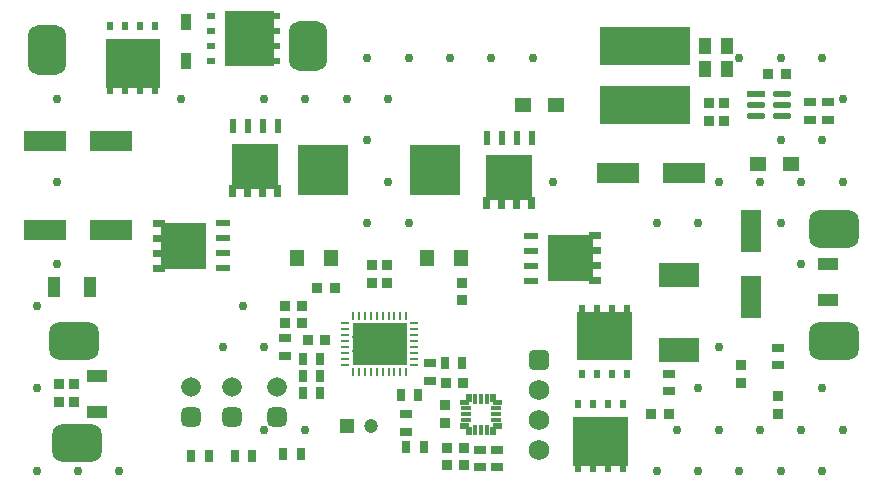
<source format=gbr>
%TF.GenerationSoftware,Altium Limited,Altium Designer,25.4.2 (15)*%
G04 Layer_Color=8388736*
%FSLAX45Y45*%
%MOMM*%
%TF.SameCoordinates,3CA1961E-9661-47C5-9BAE-CD2B19B8C498*%
%TF.FilePolarity,Negative*%
%TF.FileFunction,Soldermask,Top*%
%TF.Part,Single*%
G01*
G75*
%TA.AperFunction,SMDPad,CuDef*%
%ADD17R,1.27000X0.60960*%
%ADD18C,3.35614*%
%ADD20R,0.60960X1.27000*%
%ADD23C,3.68719*%
%ADD24R,0.50000X0.65000*%
G04:AMPARAMS|DCode=27|XSize=1.55439mm|YSize=0.57213mm|CornerRadius=0.28606mm|HoleSize=0mm|Usage=FLASHONLY|Rotation=0.000|XOffset=0mm|YOffset=0mm|HoleType=Round|Shape=RoundedRectangle|*
%AMROUNDEDRECTD27*
21,1,1.55439,0.00000,0,0,0.0*
21,1,0.98226,0.57213,0,0,0.0*
1,1,0.57213,0.49113,0.00000*
1,1,0.57213,-0.49113,0.00000*
1,1,0.57213,-0.49113,0.00000*
1,1,0.57213,0.49113,0.00000*
%
%ADD27ROUNDEDRECTD27*%
%ADD28R,1.55439X0.57213*%
%ADD29R,3.40000X2.10000*%
%ADD35R,1.30000X1.40000*%
G04:AMPARAMS|DCode=36|XSize=3.6mm|YSize=4.6mm|CornerRadius=0.054mm|HoleSize=0mm|Usage=FLASHONLY|Rotation=90.000|XOffset=0mm|YOffset=0mm|HoleType=Round|Shape=RoundedRectangle|*
%AMROUNDEDRECTD36*
21,1,3.60000,4.49200,0,0,90.0*
21,1,3.49200,4.60000,0,0,90.0*
1,1,0.10800,2.24600,1.74600*
1,1,0.10800,2.24600,-1.74600*
1,1,0.10800,-2.24600,-1.74600*
1,1,0.10800,-2.24600,1.74600*
%
%ADD36ROUNDEDRECTD36*%
G04:AMPARAMS|DCode=37|XSize=0.25mm|YSize=0.6mm|CornerRadius=0.05mm|HoleSize=0mm|Usage=FLASHONLY|Rotation=90.000|XOffset=0mm|YOffset=0mm|HoleType=Round|Shape=RoundedRectangle|*
%AMROUNDEDRECTD37*
21,1,0.25000,0.50000,0,0,90.0*
21,1,0.15000,0.60000,0,0,90.0*
1,1,0.10000,0.25000,0.07500*
1,1,0.10000,0.25000,-0.07500*
1,1,0.10000,-0.25000,-0.07500*
1,1,0.10000,-0.25000,0.07500*
%
%ADD37ROUNDEDRECTD37*%
G04:AMPARAMS|DCode=38|XSize=0.6mm|YSize=0.25mm|CornerRadius=0.05mm|HoleSize=0mm|Usage=FLASHONLY|Rotation=90.000|XOffset=0mm|YOffset=0mm|HoleType=Round|Shape=RoundedRectangle|*
%AMROUNDEDRECTD38*
21,1,0.60000,0.15000,0,0,90.0*
21,1,0.50000,0.25000,0,0,90.0*
1,1,0.10000,0.07500,0.25000*
1,1,0.10000,0.07500,-0.25000*
1,1,0.10000,-0.07500,-0.25000*
1,1,0.10000,-0.07500,0.25000*
%
%ADD38ROUNDEDRECTD38*%
%ADD40R,0.65000X0.50000*%
%TA.AperFunction,ComponentPad*%
%ADD47R,1.20000X1.20000*%
%ADD48C,1.20000*%
%TA.AperFunction,ViaPad*%
%ADD54C,0.50000*%
%TA.AperFunction,SMDPad,CuDef*%
%ADD60R,7.70000X3.20000*%
%ADD61R,1.75000X3.65000*%
%ADD62R,4.25000X4.25000*%
%ADD63R,1.10000X0.80000*%
%ADD64R,0.95000X0.95000*%
%ADD65R,0.95000X0.95000*%
%ADD66R,0.80000X1.10000*%
G04:AMPARAMS|DCode=67|XSize=3.2mm|YSize=4.2mm|CornerRadius=0.85mm|HoleSize=0mm|Usage=FLASHONLY|Rotation=90.000|XOffset=0mm|YOffset=0mm|HoleType=Round|Shape=RoundedRectangle|*
%AMROUNDEDRECTD67*
21,1,3.20000,2.50000,0,0,90.0*
21,1,1.50000,4.20000,0,0,90.0*
1,1,1.70000,1.25000,0.75000*
1,1,1.70000,1.25000,-0.75000*
1,1,1.70000,-1.25000,-0.75000*
1,1,1.70000,-1.25000,0.75000*
%
%ADD67ROUNDEDRECTD67*%
%ADD68R,3.65000X1.75000*%
G04:AMPARAMS|DCode=69|XSize=3.2mm|YSize=4.2mm|CornerRadius=0.85mm|HoleSize=0mm|Usage=FLASHONLY|Rotation=0.000|XOffset=0mm|YOffset=0mm|HoleType=Round|Shape=RoundedRectangle|*
%AMROUNDEDRECTD69*
21,1,3.20000,2.50000,0,0,0.0*
21,1,1.50000,4.20000,0,0,0.0*
1,1,1.70000,0.75000,-1.25000*
1,1,1.70000,-0.75000,-1.25000*
1,1,1.70000,-0.75000,1.25000*
1,1,1.70000,0.75000,1.25000*
%
%ADD69ROUNDEDRECTD69*%
%ADD70R,1.43000X1.19000*%
%ADD71R,1.05000X1.45000*%
%ADD72R,0.45000X0.85000*%
%ADD73R,0.85000X0.45000*%
%ADD74R,1.75000X1.05000*%
%ADD75R,0.90000X1.40000*%
%ADD76R,1.05000X1.75000*%
%TA.AperFunction,ComponentPad*%
%ADD77C,1.67000*%
G04:AMPARAMS|DCode=78|XSize=1.67mm|YSize=1.67mm|CornerRadius=0.455mm|HoleSize=0mm|Usage=FLASHONLY|Rotation=90.000|XOffset=0mm|YOffset=0mm|HoleType=Round|Shape=RoundedRectangle|*
%AMROUNDEDRECTD78*
21,1,1.67000,0.76000,0,0,90.0*
21,1,0.76000,1.67000,0,0,90.0*
1,1,0.91000,0.38000,0.38000*
1,1,0.91000,0.38000,-0.38000*
1,1,0.91000,-0.38000,-0.38000*
1,1,0.91000,-0.38000,0.38000*
%
%ADD78ROUNDEDRECTD78*%
%ADD79C,1.75000*%
G04:AMPARAMS|DCode=80|XSize=1.75mm|YSize=1.75mm|CornerRadius=0.475mm|HoleSize=0mm|Usage=FLASHONLY|Rotation=270.000|XOffset=0mm|YOffset=0mm|HoleType=Round|Shape=RoundedRectangle|*
%AMROUNDEDRECTD80*
21,1,1.75000,0.80000,0,0,270.0*
21,1,0.80000,1.75000,0,0,270.0*
1,1,0.95000,-0.40000,-0.40000*
1,1,0.95000,-0.40000,0.40000*
1,1,0.95000,0.40000,0.40000*
1,1,0.95000,0.40000,-0.40000*
%
%ADD80ROUNDEDRECTD80*%
%TA.AperFunction,ViaPad*%
%ADD81C,0.75000*%
G36*
X10057156Y8776648D02*
X10112156D01*
Y8726648D01*
X10057156D01*
Y8649648D01*
X10112156D01*
Y8599648D01*
X10057156D01*
Y8522648D01*
X10112156D01*
Y8472648D01*
X10057156D01*
Y8395648D01*
X10112156D01*
Y8345648D01*
X10057156D01*
Y8331148D01*
X9645156D01*
Y8791148D01*
X10057156D01*
Y8776648D01*
D02*
G37*
G36*
X9093500Y8142500D02*
X9079000D01*
Y8087500D01*
X9029000D01*
Y8142500D01*
X8952000D01*
Y8087500D01*
X8902000D01*
Y8142500D01*
X8825000D01*
Y8087500D01*
X8775000D01*
Y8142500D01*
X8698000D01*
Y8087500D01*
X8648000D01*
Y8142500D01*
X8633500D01*
Y8554500D01*
X9093500D01*
Y8142500D01*
D02*
G37*
G36*
X10095580Y7321400D02*
X10120980D01*
Y7219800D01*
X10060020D01*
Y7290920D01*
X9993980D01*
Y7219800D01*
X9933020D01*
Y7290920D01*
X9866980D01*
Y7219800D01*
X9806020D01*
Y7290920D01*
X9739980D01*
Y7219800D01*
X9679020D01*
Y7321400D01*
X9704420D01*
Y7671920D01*
X10095580D01*
Y7321400D01*
D02*
G37*
G36*
X12245580Y7221400D02*
X12270980D01*
Y7119800D01*
X12210020D01*
Y7190920D01*
X12143980D01*
Y7119800D01*
X12083020D01*
Y7190920D01*
X12016980D01*
Y7119800D01*
X11956020D01*
Y7190920D01*
X11889980D01*
Y7119800D01*
X11829020D01*
Y7221400D01*
X11854420D01*
Y7571920D01*
X12245580D01*
Y7221400D01*
D02*
G37*
G36*
X9134700Y7002080D02*
X9485220D01*
Y6610920D01*
X9134700D01*
Y6585520D01*
X9033100D01*
Y6646480D01*
X9104220D01*
Y6712520D01*
X9033100D01*
Y6773480D01*
X9104220D01*
Y6839520D01*
X9033100D01*
Y6900480D01*
X9104220D01*
Y6966520D01*
X9033100D01*
Y7027480D01*
X9134700D01*
Y7002080D01*
D02*
G37*
G36*
X12830200Y6860020D02*
X12759080D01*
Y6793980D01*
X12830200D01*
Y6733020D01*
X12759080D01*
Y6666980D01*
X12830200D01*
Y6606020D01*
X12759080D01*
Y6539980D01*
X12830200D01*
Y6479020D01*
X12728600D01*
Y6504420D01*
X12378080D01*
Y6895580D01*
X12728600D01*
Y6920980D01*
X12830200D01*
Y6860020D01*
D02*
G37*
G36*
X13072000Y6247500D02*
X13086501D01*
Y5835500D01*
X12626500D01*
Y6247500D01*
X12641000D01*
Y6302500D01*
X12691000D01*
Y6247500D01*
X12768000D01*
Y6302500D01*
X12817999D01*
Y6247500D01*
X12895000D01*
Y6302500D01*
X12945000D01*
Y6247500D01*
X13022000D01*
Y6302500D01*
X13072000D01*
Y6247500D01*
D02*
G37*
G36*
X11936500Y5504400D02*
X11986500D01*
Y5454400D01*
X11916500D01*
Y5484400D01*
X11886500D01*
Y5554400D01*
X11936500D01*
Y5504400D01*
D02*
G37*
G36*
X11736500Y5484400D02*
X11706500D01*
Y5454400D01*
X11636500D01*
Y5504400D01*
X11686500D01*
Y5554400D01*
X11736500D01*
Y5484400D01*
D02*
G37*
G36*
X11986500Y5254400D02*
X11936500D01*
Y5204400D01*
X11886500D01*
Y5274400D01*
X11916500D01*
Y5304400D01*
X11986500D01*
Y5254400D01*
D02*
G37*
G36*
X11706500Y5274400D02*
X11736500D01*
Y5204400D01*
X11686500D01*
Y5254400D01*
X11636500D01*
Y5304400D01*
X11706500D01*
Y5274400D01*
D02*
G37*
G36*
X13053500Y4942500D02*
X13039000D01*
Y4887500D01*
X12989000D01*
Y4942500D01*
X12912000D01*
Y4887500D01*
X12862000D01*
Y4942500D01*
X12785000D01*
Y4887500D01*
X12735000D01*
Y4942500D01*
X12658000D01*
Y4887500D01*
X12608000D01*
Y4942500D01*
X12593500D01*
Y5354500D01*
X13053500D01*
Y4942500D01*
D02*
G37*
D17*
X9630000Y6616000D02*
D03*
Y6743000D02*
D03*
Y6870000D02*
D03*
Y6997000D02*
D03*
X12233300Y6890500D02*
D03*
Y6763500D02*
D03*
Y6636500D02*
D03*
Y6509500D02*
D03*
D18*
X9298768Y6799594D02*
D03*
X12056906Y7385468D02*
D03*
X9906906Y7485468D02*
D03*
X12564532Y6706906D02*
D03*
D20*
X12240500Y7716700D02*
D03*
X12113500D02*
D03*
X11986500D02*
D03*
X11859500D02*
D03*
X10090500Y7816700D02*
D03*
X9963500D02*
D03*
X9836500D02*
D03*
X9709500D02*
D03*
D23*
X8867094Y8349656D02*
D03*
X12852905Y6040344D02*
D03*
X12827094Y5149656D02*
D03*
X9850000Y8564742D02*
D03*
D24*
X8673000Y8670000D02*
D03*
X8800000D02*
D03*
X8927000D02*
D03*
X9054000D02*
D03*
X13047000Y5720000D02*
D03*
X12920000D02*
D03*
X12793000D02*
D03*
X12666000D02*
D03*
X12633000Y5470000D02*
D03*
X12760000D02*
D03*
X12887000D02*
D03*
X13014000D02*
D03*
D27*
X14360030Y8095000D02*
D03*
Y8000000D02*
D03*
Y7905000D02*
D03*
X14139970D02*
D03*
Y8000000D02*
D03*
D28*
Y8095000D02*
D03*
D29*
X13489999Y5925000D02*
D03*
Y6555000D02*
D03*
D35*
X11645000Y6700000D02*
D03*
X11355000D02*
D03*
X10545000D02*
D03*
X10255000D02*
D03*
D36*
X10953801Y5975200D02*
D03*
D37*
X10663801Y5800200D02*
D03*
Y5850200D02*
D03*
Y5900200D02*
D03*
Y5950200D02*
D03*
Y6000200D02*
D03*
Y6050200D02*
D03*
Y6100200D02*
D03*
Y6150200D02*
D03*
X11243800D02*
D03*
Y6100200D02*
D03*
Y6050200D02*
D03*
Y6000200D02*
D03*
Y5950200D02*
D03*
Y5900200D02*
D03*
Y5850200D02*
D03*
Y5800200D02*
D03*
D38*
X10728800Y6215200D02*
D03*
X10778801D02*
D03*
X10828801D02*
D03*
X10878800D02*
D03*
X10928801D02*
D03*
X10978800D02*
D03*
X11028801D02*
D03*
X11078801D02*
D03*
X11128800D02*
D03*
X11178801D02*
D03*
Y5735200D02*
D03*
X11128800D02*
D03*
X11078801D02*
D03*
X11028801D02*
D03*
X10978800D02*
D03*
X10928801D02*
D03*
X10878800D02*
D03*
X10828801D02*
D03*
X10778801D02*
D03*
X10728800D02*
D03*
D40*
X9529656Y8751648D02*
D03*
Y8624648D02*
D03*
Y8497648D02*
D03*
Y8370648D02*
D03*
D47*
X10681331Y5284549D02*
D03*
D48*
X10881331D02*
D03*
D54*
X11158800Y6036700D02*
D03*
Y5913700D02*
D03*
X10748801Y6036700D02*
D03*
Y5913700D02*
D03*
X10953801Y6036700D02*
D03*
Y5913700D02*
D03*
X11069801Y6036700D02*
D03*
Y5913700D02*
D03*
X10837801Y6036700D02*
D03*
Y5913700D02*
D03*
Y6130200D02*
D03*
Y5820200D02*
D03*
X11069801Y6130200D02*
D03*
Y5820200D02*
D03*
X10953801Y6130200D02*
D03*
Y5820200D02*
D03*
D60*
X13199995Y8000000D02*
D03*
X13200000Y8500000D02*
D03*
D61*
X14100000Y6930000D02*
D03*
Y6370000D02*
D03*
D62*
X11425000Y7450000D02*
D03*
X10475000D02*
D03*
D63*
X14330000Y5795000D02*
D03*
Y5945000D02*
D03*
X11380000Y5665000D02*
D03*
Y5815000D02*
D03*
X11804400Y4930600D02*
D03*
Y5080600D02*
D03*
X11949200Y4930600D02*
D03*
Y5080600D02*
D03*
X14600002Y8025000D02*
D03*
Y7875000D02*
D03*
X14750002D02*
D03*
Y8025000D02*
D03*
X13400000Y5725000D02*
D03*
Y5575000D02*
D03*
X11176000Y5233600D02*
D03*
Y5383600D02*
D03*
X10150000Y5875000D02*
D03*
Y6025000D02*
D03*
D64*
X14010001Y5795000D02*
D03*
Y5645000D02*
D03*
X14330000Y5535000D02*
D03*
Y5385000D02*
D03*
X13739999Y8015000D02*
D03*
Y7865000D02*
D03*
X13870000Y8015000D02*
D03*
Y7865000D02*
D03*
X11507800Y5304400D02*
D03*
Y5454400D02*
D03*
X10890000Y6495000D02*
D03*
Y6645000D02*
D03*
X11020000Y6495000D02*
D03*
Y6645000D02*
D03*
X8370000Y5635000D02*
D03*
Y5485000D02*
D03*
X8240000Y5635000D02*
D03*
Y5485000D02*
D03*
X11650000Y6345000D02*
D03*
Y6495000D02*
D03*
D65*
X13255000Y5380000D02*
D03*
X13405000D02*
D03*
X11511500Y5645091D02*
D03*
X11661500D02*
D03*
X14395000Y8260000D02*
D03*
X14245000D02*
D03*
X11670100Y5092700D02*
D03*
X11520100D02*
D03*
X11670100Y4953000D02*
D03*
X11520100D02*
D03*
X10300000Y6300000D02*
D03*
X10150000D02*
D03*
X10300000Y6150000D02*
D03*
X10150000D02*
D03*
X10495000Y6010000D02*
D03*
X10345000D02*
D03*
X10425000Y6450000D02*
D03*
X10575000D02*
D03*
D66*
X9355000Y5030000D02*
D03*
X9505000D02*
D03*
X9725000D02*
D03*
X9875000D02*
D03*
X10138608Y5044064D02*
D03*
X10288609D02*
D03*
X11655000Y5810000D02*
D03*
X11505000D02*
D03*
X11327200Y5105400D02*
D03*
X11177200D02*
D03*
X10300676Y5700000D02*
D03*
X10450676D02*
D03*
X11131034Y5547275D02*
D03*
X11281034D02*
D03*
X10300676Y5562600D02*
D03*
X10450676D02*
D03*
Y5850000D02*
D03*
X10300676D02*
D03*
D67*
X14800000Y6944643D02*
D03*
X14800000Y6000000D02*
D03*
X8370000D02*
D03*
X8390000Y5140000D02*
D03*
D68*
X12972301Y7420410D02*
D03*
X13532300D02*
D03*
X8120109Y6940200D02*
D03*
X8680109D02*
D03*
X8120000Y7690000D02*
D03*
X8680000D02*
D03*
D69*
X10350000Y8500000D02*
D03*
X8140000Y8460000D02*
D03*
D70*
X14439999Y7500000D02*
D03*
X14160001D02*
D03*
X12170000Y8000000D02*
D03*
X12450000D02*
D03*
D71*
X13895000Y8500000D02*
D03*
X13705000D02*
D03*
X13895000Y8300000D02*
D03*
X13705000D02*
D03*
D72*
X11761500Y5249400D02*
D03*
X11811500D02*
D03*
X11861500D02*
D03*
Y5509400D02*
D03*
X11811500D02*
D03*
X11761500D02*
D03*
D73*
X11681500Y5429400D02*
D03*
Y5379400D02*
D03*
Y5329400D02*
D03*
X11941500D02*
D03*
Y5379400D02*
D03*
Y5429400D02*
D03*
D74*
X14750000Y6655000D02*
D03*
Y6345000D02*
D03*
X8560000Y5395000D02*
D03*
Y5705000D02*
D03*
D75*
X9314956Y8702179D02*
D03*
Y8372179D02*
D03*
D76*
X8195000Y6460000D02*
D03*
X8505000D02*
D03*
D77*
X9360000Y5607000D02*
D03*
X10085450Y5608764D02*
D03*
X9700000Y5607000D02*
D03*
D78*
X9360000Y5353000D02*
D03*
X10085450Y5354764D02*
D03*
X9700000Y5353000D02*
D03*
D79*
X12306300Y5588000D02*
D03*
Y5334000D02*
D03*
Y5080000D02*
D03*
D80*
Y5842000D02*
D03*
D81*
X14700003Y8400001D02*
D03*
X14875003Y8050001D02*
D03*
X14700003Y7700001D02*
D03*
X14875003Y7350001D02*
D03*
X14700003Y5600001D02*
D03*
X14875003Y5250001D02*
D03*
X14700003Y4900001D02*
D03*
X14350003Y8400001D02*
D03*
Y7700001D02*
D03*
X14525002Y7350001D02*
D03*
X14350003Y7000001D02*
D03*
X14525002Y6650001D02*
D03*
Y5250001D02*
D03*
X14350003Y4900001D02*
D03*
X14000002Y8400001D02*
D03*
X14175002Y7350001D02*
D03*
Y5250001D02*
D03*
X14000002Y4900001D02*
D03*
X13825002Y7350001D02*
D03*
X13650002Y7000001D02*
D03*
X13825002Y5950001D02*
D03*
X13650002Y5600001D02*
D03*
X13825002Y5250001D02*
D03*
X13650002Y4900001D02*
D03*
X13300002Y7000001D02*
D03*
X13475002Y5250001D02*
D03*
X13300002Y4900001D02*
D03*
X12250002Y8400001D02*
D03*
X12425002Y7350001D02*
D03*
X11900002Y8400001D02*
D03*
X11550002D02*
D03*
X11200002D02*
D03*
Y7000001D02*
D03*
X10850002Y8400001D02*
D03*
X11025002Y8050001D02*
D03*
X10850002Y7700001D02*
D03*
X11025002Y7350001D02*
D03*
X10850002Y7000001D02*
D03*
X10675002Y8050001D02*
D03*
X10325002D02*
D03*
Y5250001D02*
D03*
X9975002Y8050001D02*
D03*
X9800002Y6300001D02*
D03*
X9975002Y5950001D02*
D03*
Y5250001D02*
D03*
X9625002Y5950001D02*
D03*
X9275002Y8050001D02*
D03*
X8750002Y4900001D02*
D03*
X8400001D02*
D03*
X8225001Y8050001D02*
D03*
Y7350001D02*
D03*
Y6650001D02*
D03*
X8050001Y6300001D02*
D03*
Y5600001D02*
D03*
Y4900001D02*
D03*
%TF.MD5,a18fd0d0b58999160e9bcee865e5cb97*%
M02*

</source>
